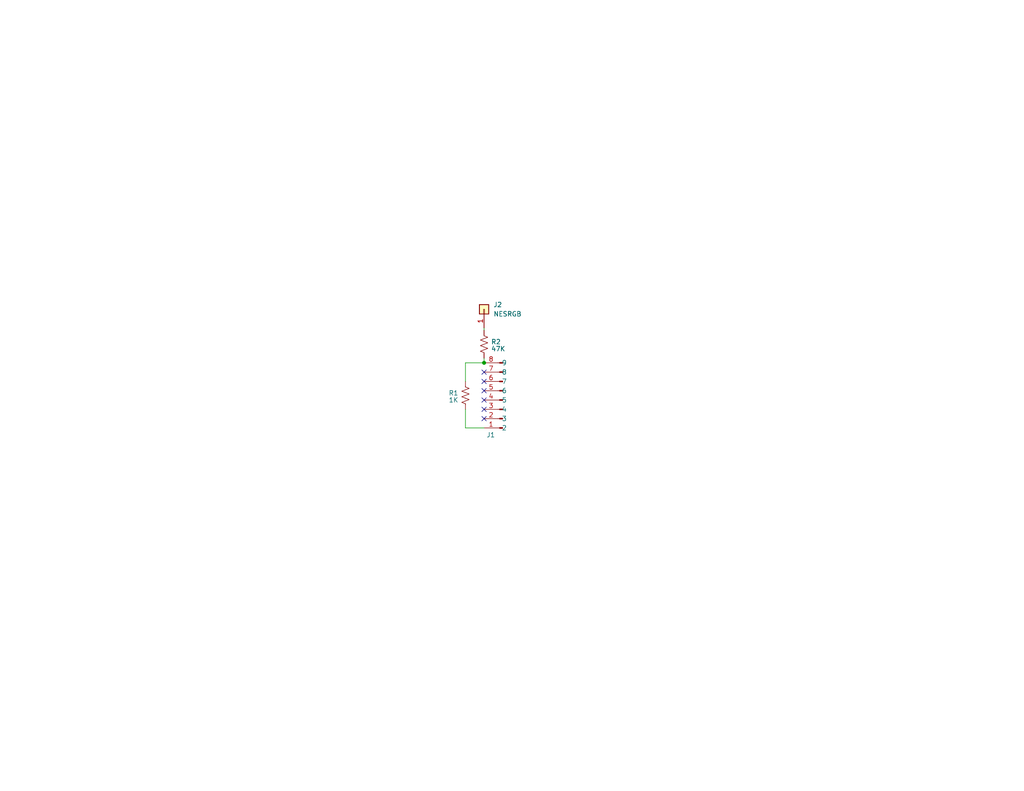
<source format=kicad_sch>
(kicad_sch (version 20230121) (generator eeschema)

  (uuid 8755fb7a-9b1b-4f64-8fee-7545fe5487bf)

  (paper "USLetter")

  (title_block
    (title "NES Expansion Audio Fix")
    (date "2023-07-23")
    (rev "v1")
  )

  (lib_symbols
    (symbol "Connector:Conn_01x08_Pin" (pin_names (offset 1.016)) (in_bom yes) (on_board yes)
      (property "Reference" "J1" (at 4.445 9.525 0)
        (effects (font (size 1.27 1.27)) (justify right))
      )
      (property "Value" "Expansion_Port" (at 5.715 9.525 0)
        (effects (font (size 1.27 1.27)) (justify right) hide)
      )
      (property "Footprint" "" (at 0 0 0)
        (effects (font (size 1.27 1.27)) hide)
      )
      (property "Datasheet" "~" (at 0 0 0)
        (effects (font (size 1.27 1.27)) hide)
      )
      (property "ki_locked" "" (at 0 0 0)
        (effects (font (size 1.27 1.27)))
      )
      (property "ki_keywords" "connector" (at 0 0 0)
        (effects (font (size 1.27 1.27)) hide)
      )
      (property "ki_description" "Generic connector, single row, 01x08, script generated" (at 0 0 0)
        (effects (font (size 1.27 1.27)) hide)
      )
      (property "ki_fp_filters" "Connector*:*_1x??_*" (at 0 0 0)
        (effects (font (size 1.27 1.27)) hide)
      )
      (symbol "Conn_01x08_Pin_1_1"
        (polyline
          (pts
            (xy 1.27 -10.16)
            (xy 0.8636 -10.16)
          )
          (stroke (width 0.1524) (type default))
          (fill (type none))
        )
        (polyline
          (pts
            (xy 1.27 -7.62)
            (xy 0.8636 -7.62)
          )
          (stroke (width 0.1524) (type default))
          (fill (type none))
        )
        (polyline
          (pts
            (xy 1.27 -5.08)
            (xy 0.8636 -5.08)
          )
          (stroke (width 0.1524) (type default))
          (fill (type none))
        )
        (polyline
          (pts
            (xy 1.27 -2.54)
            (xy 0.8636 -2.54)
          )
          (stroke (width 0.1524) (type default))
          (fill (type none))
        )
        (polyline
          (pts
            (xy 1.27 0)
            (xy 0.8636 0)
          )
          (stroke (width 0.1524) (type default))
          (fill (type none))
        )
        (polyline
          (pts
            (xy 1.27 2.54)
            (xy 0.8636 2.54)
          )
          (stroke (width 0.1524) (type default))
          (fill (type none))
        )
        (polyline
          (pts
            (xy 1.27 5.08)
            (xy 0.8636 5.08)
          )
          (stroke (width 0.1524) (type default))
          (fill (type none))
        )
        (polyline
          (pts
            (xy 1.27 7.62)
            (xy 0.8636 7.62)
          )
          (stroke (width 0.1524) (type default))
          (fill (type none))
        )
        (rectangle (start 0 7.747) (end 0.8636 7.493)
          (stroke (width 0.1524) (type default))
          (fill (type outline))
        )
        (rectangle (start 0.8636 -10.033) (end 0 -10.287)
          (stroke (width 0.1524) (type default))
          (fill (type outline))
        )
        (rectangle (start 0.8636 -7.493) (end 0 -7.747)
          (stroke (width 0.1524) (type default))
          (fill (type outline))
        )
        (rectangle (start 0.8636 -4.953) (end 0 -5.207)
          (stroke (width 0.1524) (type default))
          (fill (type outline))
        )
        (rectangle (start 0.8636 -2.413) (end 0 -2.667)
          (stroke (width 0.1524) (type default))
          (fill (type outline))
        )
        (rectangle (start 0.8636 0.127) (end 0 -0.127)
          (stroke (width 0.1524) (type default))
          (fill (type outline))
        )
        (rectangle (start 0.8636 2.667) (end 0 2.413)
          (stroke (width 0.1524) (type default))
          (fill (type outline))
        )
        (rectangle (start 0.8636 5.207) (end 0 4.953)
          (stroke (width 0.1524) (type default))
          (fill (type outline))
        )
        (pin passive line (at 5.08 7.62 180) (length 3.81)
          (name "2" (effects (font (size 1.27 1.27))))
          (number "1" (effects (font (size 1.27 1.27))))
        )
        (pin passive line (at 5.08 5.08 180) (length 3.81)
          (name "3" (effects (font (size 1.27 1.27))))
          (number "2" (effects (font (size 1.27 1.27))))
        )
        (pin passive line (at 5.08 2.54 180) (length 3.81)
          (name "4" (effects (font (size 1.27 1.27))))
          (number "3" (effects (font (size 1.27 1.27))))
        )
        (pin passive line (at 5.08 0 180) (length 3.81)
          (name "5" (effects (font (size 1.27 1.27))))
          (number "4" (effects (font (size 1.27 1.27))))
        )
        (pin passive line (at 5.08 -2.54 180) (length 3.81)
          (name "6" (effects (font (size 1.27 1.27))))
          (number "5" (effects (font (size 1.27 1.27))))
        )
        (pin passive line (at 5.08 -5.08 180) (length 3.81)
          (name "7" (effects (font (size 1.27 1.27))))
          (number "6" (effects (font (size 1.27 1.27))))
        )
        (pin passive line (at 5.08 -7.62 180) (length 3.81)
          (name "8" (effects (font (size 1.27 1.27))))
          (number "7" (effects (font (size 1.27 1.27))))
        )
        (pin passive line (at 5.08 -10.16 180) (length 3.81)
          (name "9" (effects (font (size 1.27 1.27))))
          (number "8" (effects (font (size 1.27 1.27))))
        )
      )
    )
    (symbol "Connector_Generic:Conn_01x01" (pin_names (offset 1.016) hide) (in_bom yes) (on_board yes)
      (property "Reference" "J" (at 0 2.54 0)
        (effects (font (size 1.27 1.27)))
      )
      (property "Value" "Conn_01x01" (at 0 -2.54 0)
        (effects (font (size 1.27 1.27)))
      )
      (property "Footprint" "" (at 0 0 0)
        (effects (font (size 1.27 1.27)) hide)
      )
      (property "Datasheet" "~" (at 0 0 0)
        (effects (font (size 1.27 1.27)) hide)
      )
      (property "ki_keywords" "connector" (at 0 0 0)
        (effects (font (size 1.27 1.27)) hide)
      )
      (property "ki_description" "Generic connector, single row, 01x01, script generated (kicad-library-utils/schlib/autogen/connector/)" (at 0 0 0)
        (effects (font (size 1.27 1.27)) hide)
      )
      (property "ki_fp_filters" "Connector*:*_1x??_*" (at 0 0 0)
        (effects (font (size 1.27 1.27)) hide)
      )
      (symbol "Conn_01x01_1_1"
        (rectangle (start -1.27 0.127) (end 0 -0.127)
          (stroke (width 0.1524) (type default))
          (fill (type none))
        )
        (rectangle (start -1.27 1.27) (end 1.27 -1.27)
          (stroke (width 0.254) (type default))
          (fill (type background))
        )
        (pin passive line (at -5.08 0 0) (length 3.81)
          (name "Pin_1" (effects (font (size 1.27 1.27))))
          (number "1" (effects (font (size 1.27 1.27))))
        )
      )
    )
    (symbol "Device:R_US" (pin_numbers hide) (pin_names (offset 0)) (in_bom yes) (on_board yes)
      (property "Reference" "R" (at 2.54 0 90)
        (effects (font (size 1.27 1.27)))
      )
      (property "Value" "R_US" (at -2.54 0 90)
        (effects (font (size 1.27 1.27)))
      )
      (property "Footprint" "" (at 1.016 -0.254 90)
        (effects (font (size 1.27 1.27)) hide)
      )
      (property "Datasheet" "~" (at 0 0 0)
        (effects (font (size 1.27 1.27)) hide)
      )
      (property "ki_keywords" "R res resistor" (at 0 0 0)
        (effects (font (size 1.27 1.27)) hide)
      )
      (property "ki_description" "Resistor, US symbol" (at 0 0 0)
        (effects (font (size 1.27 1.27)) hide)
      )
      (property "ki_fp_filters" "R_*" (at 0 0 0)
        (effects (font (size 1.27 1.27)) hide)
      )
      (symbol "R_US_0_1"
        (polyline
          (pts
            (xy 0 -2.286)
            (xy 0 -2.54)
          )
          (stroke (width 0) (type default))
          (fill (type none))
        )
        (polyline
          (pts
            (xy 0 2.286)
            (xy 0 2.54)
          )
          (stroke (width 0) (type default))
          (fill (type none))
        )
        (polyline
          (pts
            (xy 0 -0.762)
            (xy 1.016 -1.143)
            (xy 0 -1.524)
            (xy -1.016 -1.905)
            (xy 0 -2.286)
          )
          (stroke (width 0) (type default))
          (fill (type none))
        )
        (polyline
          (pts
            (xy 0 0.762)
            (xy 1.016 0.381)
            (xy 0 0)
            (xy -1.016 -0.381)
            (xy 0 -0.762)
          )
          (stroke (width 0) (type default))
          (fill (type none))
        )
        (polyline
          (pts
            (xy 0 2.286)
            (xy 1.016 1.905)
            (xy 0 1.524)
            (xy -1.016 1.143)
            (xy 0 0.762)
          )
          (stroke (width 0) (type default))
          (fill (type none))
        )
      )
      (symbol "R_US_1_1"
        (pin passive line (at 0 3.81 270) (length 1.27)
          (name "~" (effects (font (size 1.27 1.27))))
          (number "1" (effects (font (size 1.27 1.27))))
        )
        (pin passive line (at 0 -3.81 90) (length 1.27)
          (name "~" (effects (font (size 1.27 1.27))))
          (number "2" (effects (font (size 1.27 1.27))))
        )
      )
    )
  )

  (junction (at 132.08 99.06) (diameter 0) (color 0 0 0 0)
    (uuid 001eadfe-f979-4adf-bba9-16ed49df20a7)
  )

  (no_connect (at 132.08 109.22) (uuid 18311a58-78b5-4e9a-8ef7-78bea23062ff))
  (no_connect (at 132.08 111.76) (uuid 4c16dd8c-2e81-41ac-87fd-fee2a279fa62))
  (no_connect (at 132.08 114.3) (uuid 4e13daa6-b4ef-4c24-8a15-93fa9a3db78a))
  (no_connect (at 132.08 106.68) (uuid 582badf4-60aa-4856-a84a-fd70e048065d))
  (no_connect (at 132.08 104.14) (uuid 867df9f2-df6d-4a85-a4d3-fd6c90758a50))
  (no_connect (at 132.08 101.6) (uuid 98fb3ef7-0464-4cdd-a1db-b18ae7e92bcd))

  (wire (pts (xy 132.08 116.84) (xy 127 116.84))
    (stroke (width 0) (type default))
    (uuid 0cfcb56e-3ecd-41ea-a26d-b0acc5663b8f)
  )
  (wire (pts (xy 127 99.06) (xy 127 104.14))
    (stroke (width 0) (type default))
    (uuid 15b42636-1f17-4d02-b2c2-fcadec80ebf5)
  )
  (wire (pts (xy 127 111.76) (xy 127 116.84))
    (stroke (width 0) (type default))
    (uuid 3444573c-b981-410b-a3fa-d5e6df898910)
  )
  (wire (pts (xy 132.08 89.535) (xy 132.08 90.17))
    (stroke (width 0) (type default))
    (uuid 36172441-c540-477c-aa77-5f596343706b)
  )
  (wire (pts (xy 132.08 97.79) (xy 132.08 99.06))
    (stroke (width 0) (type default))
    (uuid 7d9c9062-2c1e-44f4-a978-9d5e232e5051)
  )
  (wire (pts (xy 132.08 99.06) (xy 127 99.06))
    (stroke (width 0) (type default))
    (uuid a4a97fd9-990d-462d-8922-dc955c32701c)
  )

  (symbol (lib_id "Connector_Generic:Conn_01x01") (at 132.08 84.455 90) (unit 1)
    (in_bom yes) (on_board yes) (dnp no) (fields_autoplaced)
    (uuid 1121150e-1759-4780-ac29-2c7783d7ff13)
    (property "Reference" "J2" (at 134.62 83.185 90)
      (effects (font (size 1.27 1.27)) (justify right))
    )
    (property "Value" "NESRGB" (at 134.62 85.725 90)
      (effects (font (size 1.27 1.27)) (justify right))
    )
    (property "Footprint" "TestPoint:TestPoint_Pad_1.5x1.5mm" (at 132.08 84.455 0)
      (effects (font (size 1.27 1.27)) hide)
    )
    (property "Datasheet" "~" (at 132.08 84.455 0)
      (effects (font (size 1.27 1.27)) hide)
    )
    (pin "1" (uuid 5ff26cee-61b7-4539-bb38-8de247477ccc))
    (instances
      (project "nes_audio_expansion"
        (path "/8755fb7a-9b1b-4f64-8fee-7545fe5487bf"
          (reference "J2") (unit 1)
        )
      )
    )
  )

  (symbol (lib_id "Device:R_US") (at 132.08 93.98 0) (unit 1)
    (in_bom yes) (on_board yes) (dnp no)
    (uuid 59613d3e-3d55-4c3e-ae34-24ff660ac44f)
    (property "Reference" "R2" (at 133.985 93.345 0)
      (effects (font (size 1.27 1.27)) (justify left))
    )
    (property "Value" "47K" (at 133.985 95.25 0)
      (effects (font (size 1.27 1.27)) (justify left))
    )
    (property "Footprint" "Resistor_SMD:R_0805_2012Metric" (at 133.096 94.234 90)
      (effects (font (size 1.27 1.27)) hide)
    )
    (property "Datasheet" "~" (at 132.08 93.98 0)
      (effects (font (size 1.27 1.27)) hide)
    )
    (pin "1" (uuid 64e0ca2b-2366-4cef-84aa-90f75a6a0124))
    (pin "2" (uuid 09268e5d-31b6-41a5-81f1-1ded645fd37b))
    (instances
      (project "nes_audio_expansion"
        (path "/8755fb7a-9b1b-4f64-8fee-7545fe5487bf"
          (reference "R2") (unit 1)
        )
      )
    )
  )

  (symbol (lib_id "Connector:Conn_01x08_Pin") (at 137.16 109.22 180) (unit 1)
    (in_bom yes) (on_board yes) (dnp no)
    (uuid 9f26c7b7-e918-4be3-bbb0-ee17c0225dbc)
    (property "Reference" "J1" (at 132.715 118.745 0)
      (effects (font (size 1.27 1.27)) (justify right))
    )
    (property "Value" "Expansion_Port" (at 131.445 118.745 0)
      (effects (font (size 1.27 1.27)) (justify right) hide)
    )
    (property "Footprint" "Connector_PinHeader_2.54mm:PinHeader_1x08_P2.54mm_Vertical" (at 137.16 109.22 0)
      (effects (font (size 1.27 1.27)) hide)
    )
    (property "Datasheet" "~" (at 137.16 109.22 0)
      (effects (font (size 1.27 1.27)) hide)
    )
    (pin "1" (uuid 67c1fc42-85a8-4856-b15c-231931cc2e0e))
    (pin "2" (uuid b927c22f-7b01-4d6a-8334-e0ca21024bf7))
    (pin "3" (uuid dd6a9930-4e83-4fd9-8d12-e4aec81fb318))
    (pin "4" (uuid 796d1028-4bd5-45fc-9952-bf942f79ac1b))
    (pin "5" (uuid 10ee157a-9623-4892-b52d-38c988602d25))
    (pin "6" (uuid aaa3b1df-10c4-4872-bf9c-23dd89fcad29))
    (pin "7" (uuid f4c1c4c1-1ef2-4061-a52d-c89a5aec73a1))
    (pin "8" (uuid 5e12d18a-0a18-404e-9589-f67aee9754a4))
    (instances
      (project "nes_audio_expansion"
        (path "/8755fb7a-9b1b-4f64-8fee-7545fe5487bf"
          (reference "J1") (unit 1)
        )
      )
    )
  )

  (symbol (lib_id "Device:R_US") (at 127 107.95 0) (unit 1)
    (in_bom yes) (on_board yes) (dnp no)
    (uuid fb3ee732-c275-461b-a84e-1542c91defe1)
    (property "Reference" "R1" (at 125.095 107.315 0)
      (effects (font (size 1.27 1.27)) (justify right))
    )
    (property "Value" "1K" (at 125.095 109.22 0)
      (effects (font (size 1.27 1.27)) (justify right))
    )
    (property "Footprint" "Resistor_SMD:R_0805_2012Metric" (at 128.016 108.204 90)
      (effects (font (size 1.27 1.27)) hide)
    )
    (property "Datasheet" "~" (at 127 107.95 0)
      (effects (font (size 1.27 1.27)) hide)
    )
    (pin "1" (uuid 87ee4043-d8c7-4bde-a525-8f1d90e70095))
    (pin "2" (uuid 9800f98a-428c-4cc5-94cb-a668d76fbb40))
    (instances
      (project "nes_audio_expansion"
        (path "/8755fb7a-9b1b-4f64-8fee-7545fe5487bf"
          (reference "R1") (unit 1)
        )
      )
    )
  )

  (sheet_instances
    (path "/" (page "1"))
  )
)

</source>
